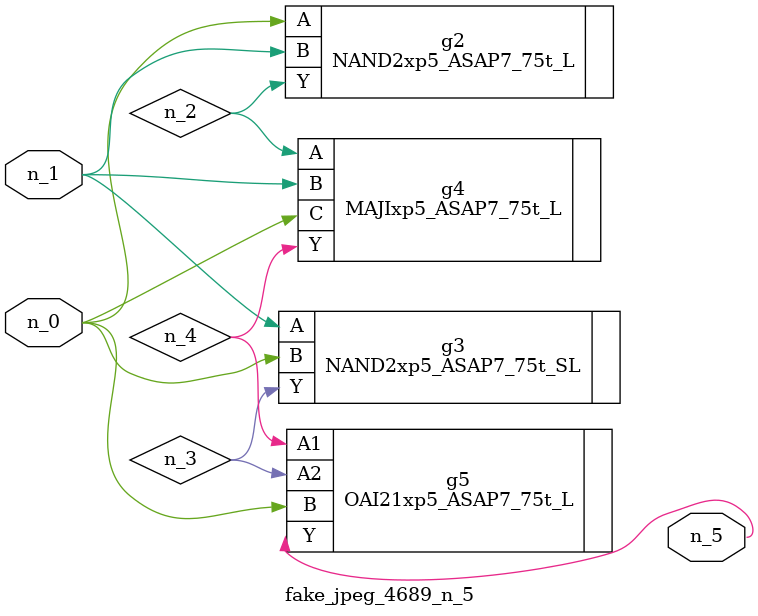
<source format=v>
module fake_jpeg_4689_n_5 (n_0, n_1, n_5);

input n_0;
input n_1;

output n_5;

wire n_3;
wire n_2;
wire n_4;

NAND2xp5_ASAP7_75t_L g2 ( 
.A(n_0),
.B(n_1),
.Y(n_2)
);

NAND2xp5_ASAP7_75t_SL g3 ( 
.A(n_1),
.B(n_0),
.Y(n_3)
);

MAJIxp5_ASAP7_75t_L g4 ( 
.A(n_2),
.B(n_1),
.C(n_0),
.Y(n_4)
);

OAI21xp5_ASAP7_75t_L g5 ( 
.A1(n_4),
.A2(n_3),
.B(n_0),
.Y(n_5)
);


endmodule
</source>
